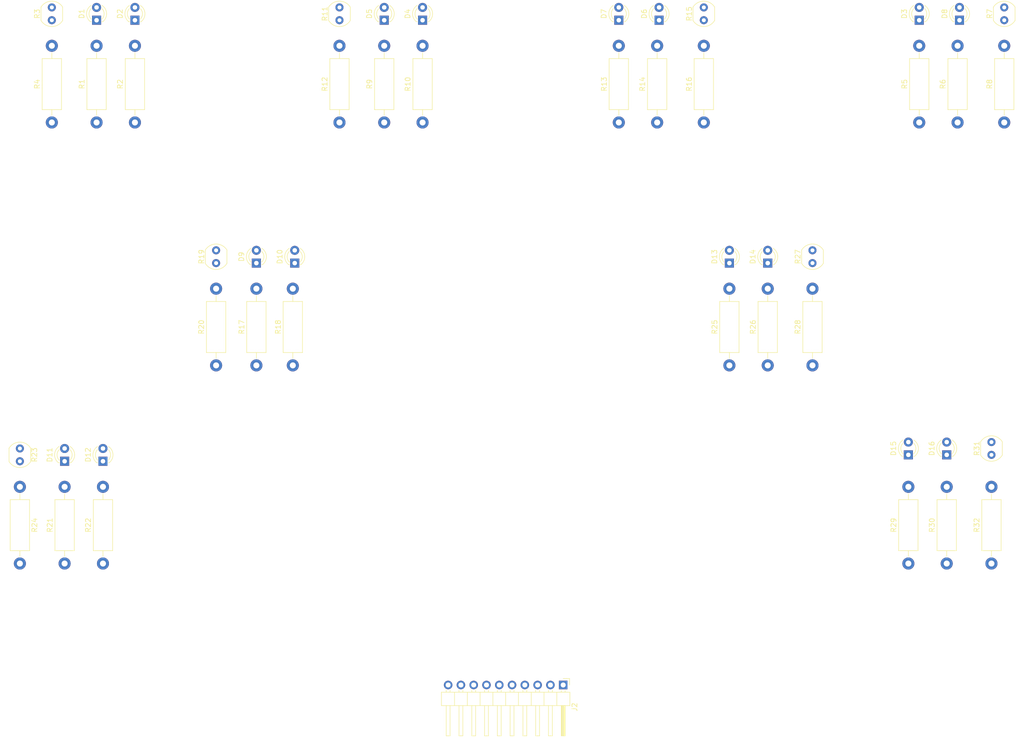
<source format=kicad_pcb>
(kicad_pcb (version 20221018) (generator pcbnew)
  (title_block (title "Projeto de Eletrônica"))
  (layers (0 "F.Cu" signal) (31 "B.Cu" signal) (34 "B.Paste" user) (35 "F.Paste" user) (36 "B.SilkS" user "B.Silkscreen") (37 "F.SilkS" user "F.Silkscreen") (38 "B.Mask" user) (39 "F.Mask" user) (44 "Edge.Cuts" user))
  (net 0 "")
  (net 1 "GND")
  (net 2 "Net-(D1-A)")
  (net 3 "Net-(D3-A)")
  (net 4 "Net-(D5-A)")
  (net 5 "Net-(D7-A)")
  (net 6 "Net-(D9-A)")
  (net 7 "S2")
  (net 8 "Net-(D11-A)")
  (net 9 "Net-(D13-A)")
  (net 10 "Net-(D15-A)")
  (net 11 "5V")
  (net 12 "Net-(R3-Pad2)")
  (net 13 "Net-(R7-Pad2)")
  (net 14 "Net-(R11-Pad2)")
  (net 15 "Net-(R15-Pad2)")
  (net 16 "Net-(R19-Pad2)")
  (net 17 "Net-(R23-Pad2)")
  (net 18 "Net-(R27-Pad2)")
  (net 19 "Net-(R31-Pad2)")
  (net 20 "Net-(D2-K)")
  (net 21 "Net-(D4-K)")
  (net 22 "Net-(D6-K)")
  (net 23 "Net-(D8-K)")
  (net 24 "Net-(D10-K)")
  (net 25 "Net-(D12-K)")
  (net 26 "Net-(D14-K)")
  (net 27 "Net-(D16-K)")
  (net 28 "S8")
  (net 29 "S7")
  (net 30 "S6")
  (net 31 "S5")
  (net 32 "S4")
  (net 33 "S3")
  (net 34 "S1")
  (footprint "Resistor_THT:R_Axial_DIN0411_L9.9mm_D3.6mm_P15.24mm_Horizontal" (layer "F.Cu") (at 195.58 105.41 90)
    (fp_text reference "R26" (at 7.62 -2.92 90) (layer "F.SilkS"))
    (fp_text value "R_US")
    (pad "1" thru_hole circle (at 0 0 90) (size 2.4 2.4) (drill 1.2) (layers "*.Cu" "*.Mask") (net 11 "5V"))
    (pad "2" thru_hole oval (at 15.24 0 90) (size 2.4 2.4) (drill 1.2) (layers "*.Cu" "*.Mask") (net 26 "Net-(D14-K)"))
  )
  (footprint "LED_THT:LED_D3.0mm_IRBlack" (layer "F.Cu") (at 187.96 85.09 90)
    (fp_text reference "D13" (at 1.27 -2.96 90) (layer "F.SilkS"))
    (fp_text value "IR204A")
    (pad "1" thru_hole rect (at 0 0 90) (size 1.8 1.8) (drill 0.9) (layers "*.Cu" "*.Mask") (net 1 "GND"))
    (pad "2" thru_hole circle (at 2.54 0 90) (size 1.8 1.8) (drill 0.9) (layers "*.Cu" "*.Mask") (net 9 "Net-(D13-A)"))
  )
  (footprint "Resistor_THT:R_Axial_DIN0411_L9.9mm_D3.6mm_P15.24mm_Horizontal" (layer "F.Cu") (at 165.99 57.15 90)
    (fp_text reference "R13" (at 7.62 -2.92 90) (layer "F.SilkS"))
    (fp_text value "R_US")
    (pad "1" thru_hole circle (at 0 0 90) (size 2.4 2.4) (drill 1.2) (layers "*.Cu" "*.Mask") (net 11 "5V"))
    (pad "2" thru_hole oval (at 15.24 0 90) (size 2.4 2.4) (drill 1.2) (layers "*.Cu" "*.Mask") (net 5 "Net-(D7-A)"))
  )
  (footprint "LED_THT:LED_D3.0mm_IRBlack" (layer "F.Cu") (at 233.68 36.83 90)
    (fp_text reference "D8" (at 1.27 -2.96 90) (layer "F.SilkS"))
    (fp_text value "BPW21")
    (pad "1" thru_hole rect (at 0 0 90) (size 1.8 1.8) (drill 0.9) (layers "*.Cu" "*.Mask") (net 28 "S8"))
    (pad "2" thru_hole circle (at 2.54 0 90) (size 1.8 1.8) (drill 0.9) (layers "*.Cu" "*.Mask") (net 23 "Net-(D8-K)"))
  )
  (footprint "LED_THT:LED_D3.0mm_IRBlack" (layer "F.Cu") (at 101.6 85.09 90)
    (fp_text reference "D10" (at 1.27 -2.96 90) (layer "F.SilkS"))
    (fp_text value "BPW21")
    (pad "1" thru_hole rect (at 0 0 90) (size 1.8 1.8) (drill 0.9) (layers "*.Cu" "*.Mask") (net 1 "GND"))
    (pad "2" thru_hole circle (at 2.54 0 90) (size 1.8 1.8) (drill 0.9) (layers "*.Cu" "*.Mask") (net 7 "S2"))
  )
  (footprint "Resistor_THT:R_Axial_DIN0411_L9.9mm_D3.6mm_P15.24mm_Horizontal" (layer "F.Cu") (at 182.88 57.15 90)
    (fp_text reference "R16" (at 7.62 -2.92 90) (layer "F.SilkS"))
    (fp_text value "R_US")
    (pad "1" thru_hole circle (at 0 0 90) (size 2.4 2.4) (drill 1.2) (layers "*.Cu" "*.Mask") (net 15 "Net-(R15-Pad2)"))
    (pad "2" thru_hole oval (at 15.24 0 90) (size 2.4 2.4) (drill 1.2) (layers "*.Cu" "*.Mask") (net 1 "GND"))
  )
  (footprint "Connector_PinHeader_2.54mm:PinHeader_1x10_P2.54mm_Horizontal" (layer "F.Cu") (at 154.94 168.91 -90)
    (fp_text reference "J2" (at 4.385 -2.27 90) (layer "F.SilkS"))
    (fp_text value "Conn_01x10")
    (pad "1" thru_hole rect (at 0 0 270) (size 1.7 1.7) (drill 1) (layers "*.Cu" "*.Mask") (net 34 "S1"))
    (pad "2" thru_hole oval (at 0 2.54 270) (size 1.7 1.7) (drill 1) (layers "*.Cu" "*.Mask") (net 7 "S2"))
    (pad "3" thru_hole oval (at 0 5.08 270) (size 1.7 1.7) (drill 1) (layers "*.Cu" "*.Mask") (net 33 "S3"))
    (pad "4" thru_hole oval (at 0 7.62 270) (size 1.7 1.7) (drill 1) (layers "*.Cu" "*.Mask") (net 32 "S4"))
    (pad "5" thru_hole oval (at 0 10.16 270) (size 1.7 1.7) (drill 1) (layers "*.Cu" "*.Mask") (net 31 "S5"))
    (pad "6" thru_hole oval (at 0 12.7 270) (size 1.7 1.7) (drill 1) (layers "*.Cu" "*.Mask") (net 30 "S6"))
    (pad "7" thru_hole oval (at 0 15.24 270) (size 1.7 1.7) (drill 1) (layers "*.Cu" "*.Mask") (net 29 "S7"))
    (pad "8" thru_hole oval (at 0 17.78 270) (size 1.7 1.7) (drill 1) (layers "*.Cu" "*.Mask") (net 28 "S8"))
    (pad "9" thru_hole oval (at 0 20.32 270) (size 1.7 1.7) (drill 1) (layers "*.Cu" "*.Mask") (net 11 "5V"))
    (pad "10" thru_hole oval (at 0 22.86 270) (size 1.7 1.7) (drill 1) (layers "*.Cu" "*.Mask") (net 1 "GND"))
  )
  (footprint "Resistor_THT:R_Axial_DIN0411_L9.9mm_D3.6mm_P15.24mm_Horizontal" (layer "F.Cu") (at 93.98 105.41 90)
    (fp_text reference "R17" (at 7.62 -2.92 90) (layer "F.SilkS"))
    (fp_text value "R_US")
    (pad "1" thru_hole circle (at 0 0 90) (size 2.4 2.4) (drill 1.2) (layers "*.Cu" "*.Mask") (net 11 "5V"))
    (pad "2" thru_hole oval (at 15.24 0 90) (size 2.4 2.4) (drill 1.2) (layers "*.Cu" "*.Mask") (net 6 "Net-(D9-A)"))
  )
  (footprint "LED_THT:LED_D3.0mm_IRBlack" (layer "F.Cu") (at 127 36.83 90)
    (fp_text reference "D4" (at 1.27 -2.96 90) (layer "F.SilkS"))
    (fp_text value "BPW21")
    (pad "1" thru_hole rect (at 0 0 90) (size 1.8 1.8) (drill 0.9) (layers "*.Cu" "*.Mask") (net 33 "S3"))
    (pad "2" thru_hole circle (at 2.54 0 90) (size 1.8 1.8) (drill 0.9) (layers "*.Cu" "*.Mask") (net 21 "Net-(D4-K)"))
  )
  (footprint "LED_THT:LED_D3.0mm_IRBlack" (layer "F.Cu") (at 62.23 36.83 90)
    (fp_text reference "D1" (at 1.27 -2.96 90) (layer "F.SilkS"))
    (fp_text value "IR204A")
    (pad "1" thru_hole rect (at 0 0 90) (size 1.8 1.8) (drill 0.9) (layers "*.Cu" "*.Mask") (net 1 "GND"))
    (pad "2" thru_hole circle (at 2.54 0 90) (size 1.8 1.8) (drill 0.9) (layers "*.Cu" "*.Mask") (net 2 "Net-(D1-A)"))
  )
  (footprint "LED_THT:LED_D3.0mm_IRBlack" (layer "F.Cu") (at 93.98 85.09 90)
    (fp_text reference "D9" (at 1.27 -2.96 90) (layer "F.SilkS"))
    (fp_text value "IR204A")
    (pad "1" thru_hole rect (at 0 0 90) (size 1.8 1.8) (drill 0.9) (layers "*.Cu" "*.Mask") (net 1 "GND"))
    (pad "2" thru_hole circle (at 2.54 0 90) (size 1.8 1.8) (drill 0.9) (layers "*.Cu" "*.Mask") (net 6 "Net-(D9-A)"))
  )
  (footprint "Resistor_THT:R_Axial_DIN0411_L9.9mm_D3.6mm_P15.24mm_Horizontal" (layer "F.Cu") (at 225.68 57.15 90)
    (fp_text reference "R5" (at 7.62 -2.92 90) (layer "F.SilkS"))
    (fp_text value "R_US")
    (pad "1" thru_hole circle (at 0 0 90) (size 2.4 2.4) (drill 1.2) (layers "*.Cu" "*.Mask") (net 11 "5V"))
    (pad "2" thru_hole oval (at 15.24 0 90) (size 2.4 2.4) (drill 1.2) (layers "*.Cu" "*.Mask") (net 3 "Net-(D3-A)"))
  )
  (footprint "OptoDevice:R_LDR_4.9x4.2mm_P2.54mm_Vertical" (layer "F.Cu") (at 53.34 36.83 90)
    (fp_text reference "R3" (at 1.27 -2.9 90) (layer "F.SilkS"))
    (fp_text value "VT93xx")
    (pad "1" thru_hole circle (at 0 0 90) (size 1.6 1.6) (drill 0.8) (layers "*.Cu" "*.Mask") (net 11 "5V"))
    (pad "2" thru_hole circle (at 2.54 0 90) (size 1.6 1.6) (drill 0.8) (layers "*.Cu" "*.Mask") (net 12 "Net-(R3-Pad2)"))
  )
  (footprint "Resistor_THT:R_Axial_DIN0411_L9.9mm_D3.6mm_P15.24mm_Horizontal" (layer "F.Cu") (at 53.34 57.15 90)
    (fp_text reference "R4" (at 7.62 -2.92 90) (layer "F.SilkS"))
    (fp_text value "R_US")
    (pad "1" thru_hole circle (at 0 0 90) (size 2.4 2.4) (drill 1.2) (layers "*.Cu" "*.Mask") (net 12 "Net-(R3-Pad2)"))
    (pad "2" thru_hole oval (at 15.24 0 90) (size 2.4 2.4) (drill 1.2) (layers "*.Cu" "*.Mask") (net 1 "GND"))
  )
  (footprint "OptoDevice:R_LDR_4.9x4.2mm_P2.54mm_Vertical" (layer "F.Cu") (at 240.03 123.19 90)
    (fp_text reference "R31" (at 1.27 -2.9 90) (layer "F.SilkS"))
    (fp_text value "VT93xx")
    (pad "1" thru_hole circle (at 0 0 90) (size 1.6 1.6) (drill 0.8) (layers "*.Cu" "*.Mask") (net 11 "5V"))
    (pad "2" thru_hole circle (at 2.54 0 90) (size 1.6 1.6) (drill 0.8) (layers "*.Cu" "*.Mask") (net 19 "Net-(R31-Pad2)"))
  )
  (footprint "Resistor_THT:R_Axial_DIN0411_L9.9mm_D3.6mm_P15.24mm_Horizontal" (layer "F.Cu") (at 55.88 144.78 90)
    (fp_text reference "R21" (at 7.62 -2.92 90) (layer "F.SilkS"))
    (fp_text value "R_US")
    (pad "1" thru_hole circle (at 0 0 90) (size 2.4 2.4) (drill 1.2) (layers "*.Cu" "*.Mask") (net 11 "5V"))
    (pad "2" thru_hole oval (at 15.24 0 90) (size 2.4 2.4) (drill 1.2) (layers "*.Cu" "*.Mask") (net 8 "Net-(D11-A)"))
  )
  (footprint "LED_THT:LED_D3.0mm_IRBlack" (layer "F.Cu") (at 69.85 36.83 90)
    (fp_text reference "D2" (at 1.27 -2.96 90) (layer "F.SilkS"))
    (fp_text value "BPW21")
    (pad "1" thru_hole rect (at 0 0 90) (size 1.8 1.8) (drill 0.9) (layers "*.Cu" "*.Mask") (net 29 "S7"))
    (pad "2" thru_hole circle (at 2.54 0 90) (size 1.8 1.8) (drill 0.9) (layers "*.Cu" "*.Mask") (net 20 "Net-(D2-K)"))
  )
  (footprint "OptoDevice:R_LDR_4.9x4.2mm_P2.54mm_Vertical" (layer "F.Cu") (at 242.57 36.83 90)
    (fp_text reference "R7" (at 1.27 -2.9 90) (layer "F.SilkS"))
    (fp_text value "VT93xx")
    (pad "1" thru_hole circle (at 0 0 90) (size 1.6 1.6) (drill 0.8) (layers "*.Cu" "*.Mask") (net 11 "5V"))
    (pad "2" thru_hole circle (at 2.54 0 90) (size 1.6 1.6) (drill 0.8) (layers "*.Cu" "*.Mask") (net 13 "Net-(R7-Pad2)"))
  )
  (footprint "Resistor_THT:R_Axial_DIN0411_L9.9mm_D3.6mm_P15.24mm_Horizontal" (layer "F.Cu") (at 233.3 57.15 90)
    (fp_text reference "R6" (at 7.62 -2.92 90) (layer "F.SilkS"))
    (fp_text value "R_US")
    (pad "1" thru_hole circle (at 0 0 90) (size 2.4 2.4) (drill 1.2) (layers "*.Cu" "*.Mask") (net 11 "5V"))
    (pad "2" thru_hole oval (at 15.24 0 90) (size 2.4 2.4) (drill 1.2) (layers "*.Cu" "*.Mask") (net 23 "Net-(D8-K)"))
  )
  (footprint "Resistor_THT:R_Axial_DIN0411_L9.9mm_D3.6mm_P15.24mm_Horizontal" (layer "F.Cu") (at 85.98 105.41 90)
    (fp_text reference "R20" (at 7.62 -2.92 90) (layer "F.SilkS"))
    (fp_text value "R_US")
    (pad "1" thru_hole circle (at 0 0 90) (size 2.4 2.4) (drill 1.2) (layers "*.Cu" "*.Mask") (net 16 "Net-(R19-Pad2)"))
    (pad "2" thru_hole oval (at 15.24 0 90) (size 2.4 2.4) (drill 1.2) (layers "*.Cu" "*.Mask") (net 1 "GND"))
  )
  (footprint "LED_THT:LED_D3.0mm_IRBlack" (layer "F.Cu") (at 165.99 36.83 90)
    (fp_text reference "D7" (at 1.27 -2.96 90) (layer "F.SilkS"))
    (fp_text value "IR204A")
    (pad "1" thru_hole rect (at 0 0 90) (size 1.8 1.8) (drill 0.9) (layers "*.Cu" "*.Mask") (net 1 "GND"))
    (pad "2" thru_hole circle (at 2.54 0 90) (size 1.8 1.8) (drill 0.9) (layers "*.Cu" "*.Mask") (net 5 "Net-(D7-A)"))
  )
  (footprint "Resistor_THT:R_Axial_DIN0411_L9.9mm_D3.6mm_P15.24mm_Horizontal" (layer "F.Cu") (at 127 57.15 90)
    (fp_text reference "R10" (at 7.62 -2.92 90) (layer "F.SilkS"))
    (fp_text value "R_US")
    (pad "1" thru_hole circle (at 0 0 90) (size 2.4 2.4) (drill 1.2) (layers "*.Cu" "*.Mask") (net 11 "5V"))
    (pad "2" thru_hole oval (at 15.24 0 90) (size 2.4 2.4) (drill 1.2) (layers "*.Cu" "*.Mask") (net 21 "Net-(D4-K)"))
  )
  (footprint "Resistor_THT:R_Axial_DIN0411_L9.9mm_D3.6mm_P15.24mm_Horizontal" (layer "F.Cu") (at 204.47 105.41 90)
    (fp_text reference "R28" (at 7.62 -2.92 90) (layer "F.SilkS"))
    (fp_text value "R_US")
    (pad "1" thru_hole circle (at 0 0 90) (size 2.4 2.4) (drill 1.2) (layers "*.Cu" "*.Mask") (net 18 "Net-(R27-Pad2)"))
    (pad "2" thru_hole oval (at 15.24 0 90) (size 2.4 2.4) (drill 1.2) (layers "*.Cu" "*.Mask") (net 1 "GND"))
  )
  (footprint "LED_THT:LED_D3.0mm_IRBlack" (layer "F.Cu") (at 231.14 123.19 90)
    (fp_text reference "D16" (at 1.27 -2.96 90) (layer "F.SilkS"))
    (fp_text value "BPW21")
    (pad "1" thru_hole rect (at 0 0 90) (size 1.8 1.8) (drill 0.9) (layers "*.Cu" "*.Mask") (net 30 "S6"))
    (pad "2" thru_hole circle (at 2.54 0 90) (size 1.8 1.8) (drill 0.9) (layers "*.Cu" "*.Mask") (net 27 "Net-(D16-K)"))
  )
  (footprint "Resistor_THT:R_Axial_DIN0411_L9.9mm_D3.6mm_P15.24mm_Horizontal" (layer "F.Cu") (at 46.99 129.54 -90)
    (fp_text reference "R24" (at 7.62 -2.92 90) (layer "F.SilkS"))
    (fp_text value "R_US")
    (pad "1" thru_hole circle (at 0 0 270) (size 2.4 2.4) (drill 1.2) (layers "*.Cu" "*.Mask") (net 17 "Net-(R23-Pad2)"))
    (pad "2" thru_hole oval (at 15.24 0 270) (size 2.4 2.4) (drill 1.2) (layers "*.Cu" "*.Mask") (net 1 "GND"))
  )
  (footprint "OptoDevice:R_LDR_4.9x4.2mm_P2.54mm_Vertical" (layer "F.Cu") (at 204.47 85.09 90)
    (fp_text reference "R27" (at 1.27 -2.9 90) (layer "F.SilkS"))
    (fp_text value "VT93xx")
    (pad "1" thru_hole circle (at 0 0 90) (size 1.6 1.6) (drill 0.8) (layers "*.Cu" "*.Mask") (net 11 "5V"))
    (pad "2" thru_hole circle (at 2.54 0 90) (size 1.6 1.6) (drill 0.8) (layers "*.Cu" "*.Mask") (net 18 "Net-(R27-Pad2)"))
  )
  (footprint "Resistor_THT:R_Axial_DIN0411_L9.9mm_D3.6mm_P15.24mm_Horizontal" (layer "F.Cu") (at 69.85 57.15 90)
    (fp_text reference "R2" (at 7.62 -2.92 90) (layer "F.SilkS"))
    (fp_text value "R_US")
    (pad "1" thru_hole circle (at 0 0 90) (size 2.4 2.4) (drill 1.2) (layers "*.Cu" "*.Mask") (net 11 "5V"))
    (pad "2" thru_hole oval (at 15.24 0 90) (size 2.4 2.4) (drill 1.2) (layers "*.Cu" "*.Mask") (net 20 "Net-(D2-K)"))
  )
  (footprint "Resistor_THT:R_Axial_DIN0411_L9.9mm_D3.6mm_P15.24mm_Horizontal" (layer "F.Cu") (at 101.22 105.41 90)
    (fp_text reference "R18" (at 7.62 -2.92 90) (layer "F.SilkS"))
    (fp_text value "R_US")
    (pad "1" thru_hole circle (at 0 0 90) (size 2.4 2.4) (drill 1.2) (layers "*.Cu" "*.Mask") (net 11 "5V"))
    (pad "2" thru_hole oval (at 15.24 0 90) (size 2.4 2.4) (drill 1.2) (layers "*.Cu" "*.Mask") (net 24 "Net-(D10-K)"))
  )
  (footprint "LED_THT:LED_D3.0mm_IRBlack" (layer "F.Cu") (at 223.52 123.19 90)
    (fp_text reference "D15" (at 1.27 -2.96 90) (layer "F.SilkS"))
    (fp_text value "IR204A")
    (pad "1" thru_hole rect (at 0 0 90) (size 1.8 1.8) (drill 0.9) (layers "*.Cu" "*.Mask") (net 1 "GND"))
    (pad "2" thru_hole circle (at 2.54 0 90) (size 1.8 1.8) (drill 0.9) (layers "*.Cu" "*.Mask") (net 10 "Net-(D15-A)"))
  )
  (footprint "OptoDevice:R_LDR_4.9x4.2mm_P2.54mm_Vertical" (layer "F.Cu") (at 85.98 85.09 90)
    (fp_text reference "R19" (at 1.27 -2.9 90) (layer "F.SilkS"))
    (fp_text value "VT93xx")
    (pad "1" thru_hole circle (at 0 0 90) (size 1.6 1.6) (drill 0.8) (layers "*.Cu" "*.Mask") (net 11 "5V"))
    (pad "2" thru_hole circle (at 2.54 0 90) (size 1.6 1.6) (drill 0.8) (layers "*.Cu" "*.Mask") (net 16 "Net-(R19-Pad2)"))
  )
  (footprint "OptoDevice:R_LDR_4.9x4.2mm_P2.54mm_Vertical" (layer "F.Cu") (at 182.88 36.83 90)
    (fp_text reference "R15" (at 1.27 -2.9 90) (layer "F.SilkS"))
    (fp_text value "VT93xx")
    (pad "1" thru_hole circle (at 0 0 90) (size 1.6 1.6) (drill 0.8) (layers "*.Cu" "*.Mask") (net 11 "5V"))
    (pad "2" thru_hole circle (at 2.54 0 90) (size 1.6 1.6) (drill 0.8) (layers "*.Cu" "*.Mask") (net 15 "Net-(R15-Pad2)"))
  )
  (footprint "Resistor_THT:R_Axial_DIN0411_L9.9mm_D3.6mm_P15.24mm_Horizontal" (layer "F.Cu") (at 240.03 144.78 90)
    (fp_text reference "R32" (at 7.62 -2.92 90) (layer "F.SilkS"))
    (fp_text value "R_US")
    (pad "1" thru_hole circle (at 0 0 90) (size 2.4 2.4) (drill 1.2) (layers "*.Cu" "*.Mask") (net 19 "Net-(R31-Pad2)"))
    (pad "2" thru_hole oval (at 15.24 0 90) (size 2.4 2.4) (drill 1.2) (layers "*.Cu" "*.Mask") (net 1 "GND"))
  )
  (footprint "LED_THT:LED_D3.0mm_IRBlack" (layer "F.Cu") (at 225.68 36.83 90)
    (fp_text reference "D3" (at 1.27 -2.96 90) (layer "F.SilkS"))
    (fp_text value "IR204A")
    (pad "1" thru_hole rect (at 0 0 90) (size 1.8 1.8) (drill 0.9) (layers "*.Cu" "*.Mask") (net 1 "GND"))
    (pad "2" thru_hole circle (at 2.54 0 90) (size 1.8 1.8) (drill 0.9) (layers "*.Cu" "*.Mask") (net 3 "Net-(D3-A)"))
  )
  (footprint "Resistor_THT:R_Axial_DIN0411_L9.9mm_D3.6mm_P15.24mm_Horizontal" (layer "F.Cu") (at 62.23 57.15 90)
    (fp_text reference "R1" (at 7.62 -2.92 90) (layer "F.SilkS"))
    (fp_text value "R_US")
    (pad "1" thru_hole circle (at 0 0 90) (size 2.4 2.4) (drill 1.2) (layers "*.Cu" "*.Mask") (net 11 "5V"))
    (pad "2" thru_hole oval (at 15.24 0 90) (size 2.4 2.4) (drill 1.2) (layers "*.Cu" "*.Mask") (net 2 "Net-(D1-A)"))
  )
  (footprint "LED_THT:LED_D3.0mm_IRBlack" (layer "F.Cu") (at 119.38 36.83 90)
    (fp_text reference "D5" (at 1.27 -2.96 90) (layer "F.SilkS"))
    (fp_text value "IR204A")
    (pad "1" thru_hole rect (at 0 0 90) (size 1.8 1.8) (drill 0.9) (layers "*.Cu" "*.Mask") (net 1 "GND"))
    (pad "2" thru_hole circle (at 2.54 0 90) (size 1.8 1.8) (drill 0.9) (layers "*.Cu" "*.Mask") (net 4 "Net-(D5-A)"))
  )
  (footprint "Resistor_THT:R_Axial_DIN0411_L9.9mm_D3.6mm_P15.24mm_Horizontal" (layer "F.Cu") (at 63.5 144.78 90)
    (fp_text reference "R22" (at 7.62 -2.92 90) (layer "F.SilkS"))
    (fp_text value "R_US")
    (pad "1" thru_hole circle (at 0 0 90) (size 2.4 2.4) (drill 1.2) (layers "*.Cu" "*.Mask") (net 11 "5V"))
    (pad "2" thru_hole oval (at 15.24 0 90) (size 2.4 2.4) (drill 1.2) (layers "*.Cu" "*.Mask") (net 25 "Net-(D12-K)"))
  )
  (footprint "LED_THT:LED_D3.0mm_IRBlack" (layer "F.Cu") (at 55.88 124.46 90)
    (fp_text reference "D11" (at 1.27 -2.96 90) (layer "F.SilkS"))
    (fp_text value "IR204A")
    (pad "1" thru_hole rect (at 0 0 90) (size 1.8 1.8) (drill 0.9) (layers "*.Cu" "*.Mask") (net 1 "GND"))
    (pad "2" thru_hole circle (at 2.54 0 90) (size 1.8 1.8) (drill 0.9) (layers "*.Cu" "*.Mask") (net 8 "Net-(D11-A)"))
  )
  (footprint "LED_THT:LED_D3.0mm_IRBlack" (layer "F.Cu") (at 63.5 124.46 90)
    (fp_text reference "D12" (at 1.27 -2.96 90) (layer "F.SilkS"))
    (fp_text value "BPW21")
    (pad "1" thru_hole rect (at 0 0 90) (size 1.8 1.8) (drill 0.9) (layers "*.Cu" "*.Mask") (net 34 "S1"))
    (pad "2" thru_hole circle (at 2.54 0 90) (size 1.8 1.8) (drill 0.9) (layers "*.Cu" "*.Mask") (net 25 "Net-(D12-K)"))
  )
  (footprint "Resistor_THT:R_Axial_DIN0411_L9.9mm_D3.6mm_P15.24mm_Horizontal" (layer "F.Cu") (at 187.96 105.41 90)
    (fp_text reference "R25" (at 7.62 -2.92 90) (layer "F.SilkS"))
    (fp_text value "R_US")
    (pad "1" thru_hole circle (at 0 0 90) (size 2.4 2.4) (drill 1.2) (layers "*.Cu" "*.Mask") (net 11 "5V"))
    (pad "2" thru_hole oval (at 15.24 0 90) (size 2.4 2.4) (drill 1.2) (layers "*.Cu" "*.Mask") (net 9 "Net-(D13-A)"))
  )
  (footprint "OptoDevice:R_LDR_4.9x4.2mm_P2.54mm_Vertical" (layer "F.Cu") (at 110.49 36.83 90)
    (fp_text reference "R11" (at 1.27 -2.9 90) (layer "F.SilkS"))
    (fp_text value "VT93xx")
    (pad "1" thru_hole circle (at 0 0 90) (size 1.6 1.6) (drill 0.8) (layers "*.Cu" "*.Mask") (net 11 "5V"))
    (pad "2" thru_hole circle (at 2.54 0 90) (size 1.6 1.6) (drill 0.8) (layers "*.Cu" "*.Mask") (net 14 "Net-(R11-Pad2)"))
  )
  (footprint "Resistor_THT:R_Axial_DIN0411_L9.9mm_D3.6mm_P15.24mm_Horizontal" (layer "F.Cu") (at 242.57 57.15 90)
    (fp_text reference "R8" (at 7.62 -2.92 90) (layer "F.SilkS"))
    (fp_text value "R_US")
    (pad "1" thru_hole circle (at 0 0 90) (size 2.4 2.4) (drill 1.2) (layers "*.Cu" "*.Mask") (net 13 "Net-(R7-Pad2)"))
    (pad "2" thru_hole oval (at 15.24 0 90) (size 2.4 2.4) (drill 1.2) (layers "*.Cu" "*.Mask") (net 1 "GND"))
  )
  (footprint "LED_THT:LED_D3.0mm_IRBlack" (layer "F.Cu") (at 173.99 36.83 90)
    (fp_text reference "D6" (at 1.27 -2.96 90) (layer "F.SilkS"))
    (fp_text value "BPW21")
    (pad "1" thru_hole rect (at 0 0 90) (size 1.8 1.8) (drill 0.9) (layers "*.Cu" "*.Mask") (net 32 "S4"))
    (pad "2" thru_hole circle (at 2.54 0 90) (size 1.8 1.8) (drill 0.9) (layers "*.Cu" "*.Mask") (net 22 "Net-(D6-K)"))
  )
  (footprint "Resistor_THT:R_Axial_DIN0411_L9.9mm_D3.6mm_P15.24mm_Horizontal" (layer "F.Cu") (at 110.49 57.15 90)
    (fp_text reference "R12" (at 7.62 -2.92 90) (layer "F.SilkS"))
    (fp_text value "R_US")
    (pad "1" thru_hole circle (at 0 0 90) (size 2.4 2.4) (drill 1.2) (layers "*.Cu" "*.Mask") (net 14 "Net-(R11-Pad2)"))
    (pad "2" thru_hole oval (at 15.24 0 90) (size 2.4 2.4) (drill 1.2) (layers "*.Cu" "*.Mask") (net 1 "GND"))
  )
  (footprint "LED_THT:LED_D3.0mm_IRBlack" (layer "F.Cu") (at 195.58 85.09 90)
    (fp_text reference "D14" (at 1.27 -2.96 90) (layer "F.SilkS"))
    (fp_text value "BPW21")
    (pad "1" thru_hole rect (at 0 0 90) (size 1.8 1.8) (drill 0.9) (layers "*.Cu" "*.Mask") (net 31 "S5"))
    (pad "2" thru_hole circle (at 2.54 0 90) (size 1.8 1.8) (drill 0.9) (layers "*.Cu" "*.Mask") (net 26 "Net-(D14-K)"))
  )
  (footprint "Resistor_THT:R_Axial_DIN0411_L9.9mm_D3.6mm_P15.24mm_Horizontal" (layer "F.Cu") (at 173.61 57.15 90)
    (fp_text reference "R14" (at 7.62 -2.92 90) (layer "F.SilkS"))
    (fp_text value "R_US")
    (pad "1" thru_hole circle (at 0 0 90) (size 2.4 2.4) (drill 1.2) (layers "*.Cu" "*.Mask") (net 11 "5V"))
    (pad "2" thru_hole oval (at 15.24 0 90) (size 2.4 2.4) (drill 1.2) (layers "*.Cu" "*.Mask") (net 22 "Net-(D6-K)"))
  )
  (footprint "OptoDevice:R_LDR_4.9x4.2mm_P2.54mm_Vertical" (layer "F.Cu") (at 46.99 121.92 -90)
    (fp_text reference "R23" (at 1.27 -2.9 90) (layer "F.SilkS"))
    (fp_text value "VT93xx")
    (pad "1" thru_hole circle (at 0 0 270) (size 1.6 1.6) (drill 0.8) (layers "*.Cu" "*.Mask") (net 11 "5V"))
    (pad "2" thru_hole circle (at 2.54 0 270) (size 1.6 1.6) (drill 0.8) (layers "*.Cu" "*.Mask") (net 17 "Net-(R23-Pad2)"))
  )
  (footprint "Resistor_THT:R_Axial_DIN0411_L9.9mm_D3.6mm_P15.24mm_Horizontal" (layer "F.Cu") (at 223.52 144.78 90)
    (fp_text reference "R29" (at 7.62 -2.92 90) (layer "F.SilkS"))
    (fp_text value "R_US")
    (pad "1" thru_hole circle (at 0 0 90) (size 2.4 2.4) (drill 1.2) (layers "*.Cu" "*.Mask") (net 11 "5V"))
    (pad "2" thru_hole oval (at 15.24 0 90) (size 2.4 2.4) (drill 1.2) (layers "*.Cu" "*.Mask") (net 10 "Net-(D15-A)"))
  )
  (footprint "Resistor_THT:R_Axial_DIN0411_L9.9mm_D3.6mm_P15.24mm_Horizontal" (layer "F.Cu") (at 119.38 57.15 90)
    (fp_text reference "R9" (at 7.62 -2.92 90) (layer "F.SilkS"))
    (fp_text value "R_US")
    (pad "1" thru_hole circle (at 0 0 90) (size 2.4 2.4) (drill 1.2) (layers "*.Cu" "*.Mask") (net 11 "5V"))
    (pad "2" thru_hole oval (at 15.24 0 90) (size 2.4 2.4) (drill 1.2) (layers "*.Cu" "*.Mask") (net 4 "Net-(D5-A)"))
  )
  (footprint "Resistor_THT:R_Axial_DIN0411_L9.9mm_D3.6mm_P15.24mm_Horizontal" (layer "F.Cu") (at 231.14 144.78 90)
    (fp_text reference "R30" (at 7.62 -2.92 90) (layer "F.SilkS"))
    (fp_text value "R_US")
    (pad "1" thru_hole circle (at 0 0 90) (size 2.4 2.4) (drill 1.2) (layers "*.Cu" "*.Mask") (net 11 "5V"))
    (pad "2" thru_hole oval (at 15.24 0 90) (size 2.4 2.4) (drill 1.2) (layers "*.Cu" "*.Mask") (net 27 "Net-(D16-K)"))
  )
)
</source>
